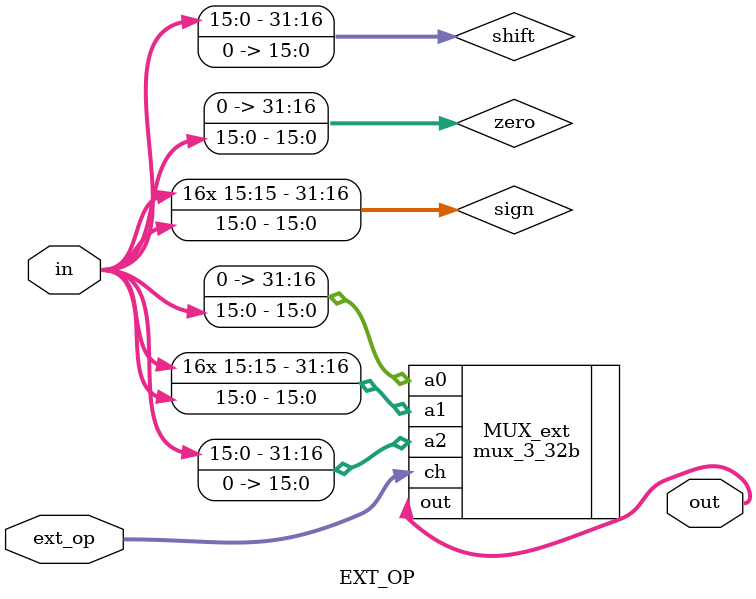
<source format=v>
`timescale 1ns / 1ps
module EXT_OP(in,ext_op,out
    );
	input [15:0] in;
	input [1:0] ext_op;
	output [31:0] out;
	wire [31:0] out;
	wire [31:0] sign,zero,shift;
	assign sign={{16{in[15]}},in};
	assign zero={16'b0,in};
	assign shift={in,16'b0};
	mux_3_32b MUX_ext(.a0(zero),.a1(sign),.a2(shift),.ch(ext_op),.out(out));
	
endmodule

</source>
